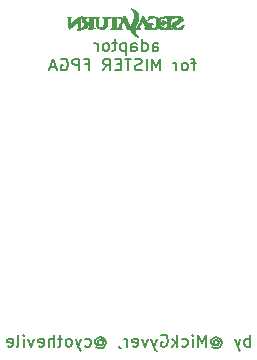
<source format=gbr>
%TF.GenerationSoftware,KiCad,Pcbnew,(5.1.9)-1*%
%TF.CreationDate,2021-12-26T22:52:53-06:00*%
%TF.ProjectId,Saturn for MISTER,53617475-726e-4206-966f-72204d495354,rev?*%
%TF.SameCoordinates,Original*%
%TF.FileFunction,Legend,Bot*%
%TF.FilePolarity,Positive*%
%FSLAX46Y46*%
G04 Gerber Fmt 4.6, Leading zero omitted, Abs format (unit mm)*
G04 Created by KiCad (PCBNEW (5.1.9)-1) date 2021-12-26 22:52:53*
%MOMM*%
%LPD*%
G01*
G04 APERTURE LIST*
%ADD10C,0.150000*%
%ADD11C,0.010000*%
G04 APERTURE END LIST*
D10*
X154834268Y-84051900D02*
X154834268Y-83528091D01*
X154881887Y-83432853D01*
X154977125Y-83385234D01*
X155167601Y-83385234D01*
X155262840Y-83432853D01*
X154834268Y-84004281D02*
X154929506Y-84051900D01*
X155167601Y-84051900D01*
X155262840Y-84004281D01*
X155310459Y-83909043D01*
X155310459Y-83813805D01*
X155262840Y-83718567D01*
X155167601Y-83670948D01*
X154929506Y-83670948D01*
X154834268Y-83623329D01*
X153929506Y-84051900D02*
X153929506Y-83051900D01*
X153929506Y-84004281D02*
X154024744Y-84051900D01*
X154215220Y-84051900D01*
X154310459Y-84004281D01*
X154358078Y-83956662D01*
X154405697Y-83861424D01*
X154405697Y-83575710D01*
X154358078Y-83480472D01*
X154310459Y-83432853D01*
X154215220Y-83385234D01*
X154024744Y-83385234D01*
X153929506Y-83432853D01*
X153024744Y-84051900D02*
X153024744Y-83528091D01*
X153072363Y-83432853D01*
X153167601Y-83385234D01*
X153358078Y-83385234D01*
X153453316Y-83432853D01*
X153024744Y-84004281D02*
X153119982Y-84051900D01*
X153358078Y-84051900D01*
X153453316Y-84004281D01*
X153500935Y-83909043D01*
X153500935Y-83813805D01*
X153453316Y-83718567D01*
X153358078Y-83670948D01*
X153119982Y-83670948D01*
X153024744Y-83623329D01*
X152548554Y-83385234D02*
X152548554Y-84385234D01*
X152548554Y-83432853D02*
X152453316Y-83385234D01*
X152262840Y-83385234D01*
X152167601Y-83432853D01*
X152119982Y-83480472D01*
X152072363Y-83575710D01*
X152072363Y-83861424D01*
X152119982Y-83956662D01*
X152167601Y-84004281D01*
X152262840Y-84051900D01*
X152453316Y-84051900D01*
X152548554Y-84004281D01*
X151786649Y-83385234D02*
X151405697Y-83385234D01*
X151643792Y-83051900D02*
X151643792Y-83909043D01*
X151596173Y-84004281D01*
X151500935Y-84051900D01*
X151405697Y-84051900D01*
X150929506Y-84051900D02*
X151024744Y-84004281D01*
X151072363Y-83956662D01*
X151119982Y-83861424D01*
X151119982Y-83575710D01*
X151072363Y-83480472D01*
X151024744Y-83432853D01*
X150929506Y-83385234D01*
X150786649Y-83385234D01*
X150691411Y-83432853D01*
X150643792Y-83480472D01*
X150596173Y-83575710D01*
X150596173Y-83861424D01*
X150643792Y-83956662D01*
X150691411Y-84004281D01*
X150786649Y-84051900D01*
X150929506Y-84051900D01*
X150167601Y-84051900D02*
X150167601Y-83385234D01*
X150167601Y-83575710D02*
X150119982Y-83480472D01*
X150072363Y-83432853D01*
X149977125Y-83385234D01*
X149881887Y-83385234D01*
X158453316Y-85035234D02*
X158072363Y-85035234D01*
X158310459Y-85701900D02*
X158310459Y-84844758D01*
X158262840Y-84749520D01*
X158167601Y-84701900D01*
X158072363Y-84701900D01*
X157596173Y-85701900D02*
X157691411Y-85654281D01*
X157739030Y-85606662D01*
X157786649Y-85511424D01*
X157786649Y-85225710D01*
X157739030Y-85130472D01*
X157691411Y-85082853D01*
X157596173Y-85035234D01*
X157453316Y-85035234D01*
X157358078Y-85082853D01*
X157310459Y-85130472D01*
X157262840Y-85225710D01*
X157262840Y-85511424D01*
X157310459Y-85606662D01*
X157358078Y-85654281D01*
X157453316Y-85701900D01*
X157596173Y-85701900D01*
X156834268Y-85701900D02*
X156834268Y-85035234D01*
X156834268Y-85225710D02*
X156786649Y-85130472D01*
X156739030Y-85082853D01*
X156643792Y-85035234D01*
X156548554Y-85035234D01*
X155453316Y-85701900D02*
X155453316Y-84701900D01*
X155119982Y-85416186D01*
X154786649Y-84701900D01*
X154786649Y-85701900D01*
X154310459Y-85701900D02*
X154310459Y-84701900D01*
X153881887Y-85654281D02*
X153739030Y-85701900D01*
X153500935Y-85701900D01*
X153405697Y-85654281D01*
X153358078Y-85606662D01*
X153310459Y-85511424D01*
X153310459Y-85416186D01*
X153358078Y-85320948D01*
X153405697Y-85273329D01*
X153500935Y-85225710D01*
X153691411Y-85178091D01*
X153786649Y-85130472D01*
X153834268Y-85082853D01*
X153881887Y-84987615D01*
X153881887Y-84892377D01*
X153834268Y-84797139D01*
X153786649Y-84749520D01*
X153691411Y-84701900D01*
X153453316Y-84701900D01*
X153310459Y-84749520D01*
X153024744Y-84701900D02*
X152453316Y-84701900D01*
X152739030Y-85701900D02*
X152739030Y-84701900D01*
X152119982Y-85178091D02*
X151786649Y-85178091D01*
X151643792Y-85701900D02*
X152119982Y-85701900D01*
X152119982Y-84701900D01*
X151643792Y-84701900D01*
X150643792Y-85701900D02*
X150977125Y-85225710D01*
X151215220Y-85701900D02*
X151215220Y-84701900D01*
X150834268Y-84701900D01*
X150739030Y-84749520D01*
X150691411Y-84797139D01*
X150643792Y-84892377D01*
X150643792Y-85035234D01*
X150691411Y-85130472D01*
X150739030Y-85178091D01*
X150834268Y-85225710D01*
X151215220Y-85225710D01*
X149119982Y-85178091D02*
X149453316Y-85178091D01*
X149453316Y-85701900D02*
X149453316Y-84701900D01*
X148977125Y-84701900D01*
X148596173Y-85701900D02*
X148596173Y-84701900D01*
X148215220Y-84701900D01*
X148119982Y-84749520D01*
X148072363Y-84797139D01*
X148024744Y-84892377D01*
X148024744Y-85035234D01*
X148072363Y-85130472D01*
X148119982Y-85178091D01*
X148215220Y-85225710D01*
X148596173Y-85225710D01*
X147072363Y-84749520D02*
X147167601Y-84701900D01*
X147310459Y-84701900D01*
X147453316Y-84749520D01*
X147548554Y-84844758D01*
X147596173Y-84939996D01*
X147643792Y-85130472D01*
X147643792Y-85273329D01*
X147596173Y-85463805D01*
X147548554Y-85559043D01*
X147453316Y-85654281D01*
X147310459Y-85701900D01*
X147215220Y-85701900D01*
X147072363Y-85654281D01*
X147024744Y-85606662D01*
X147024744Y-85273329D01*
X147215220Y-85273329D01*
X146643792Y-85416186D02*
X146167601Y-85416186D01*
X146739030Y-85701900D02*
X146405697Y-84701900D01*
X146072363Y-85701900D01*
X163058144Y-109078020D02*
X163058144Y-108078020D01*
X163058144Y-108458973D02*
X162962906Y-108411354D01*
X162772430Y-108411354D01*
X162677192Y-108458973D01*
X162629573Y-108506592D01*
X162581954Y-108601830D01*
X162581954Y-108887544D01*
X162629573Y-108982782D01*
X162677192Y-109030401D01*
X162772430Y-109078020D01*
X162962906Y-109078020D01*
X163058144Y-109030401D01*
X162248620Y-108411354D02*
X162010525Y-109078020D01*
X161772430Y-108411354D02*
X162010525Y-109078020D01*
X162105763Y-109316116D01*
X162153382Y-109363735D01*
X162248620Y-109411354D01*
X160010525Y-108601830D02*
X160058144Y-108554211D01*
X160153382Y-108506592D01*
X160248620Y-108506592D01*
X160343859Y-108554211D01*
X160391478Y-108601830D01*
X160439097Y-108697068D01*
X160439097Y-108792306D01*
X160391478Y-108887544D01*
X160343859Y-108935163D01*
X160248620Y-108982782D01*
X160153382Y-108982782D01*
X160058144Y-108935163D01*
X160010525Y-108887544D01*
X160010525Y-108506592D02*
X160010525Y-108887544D01*
X159962906Y-108935163D01*
X159915287Y-108935163D01*
X159820049Y-108887544D01*
X159772430Y-108792306D01*
X159772430Y-108554211D01*
X159867668Y-108411354D01*
X160010525Y-108316116D01*
X160201001Y-108268497D01*
X160391478Y-108316116D01*
X160534335Y-108411354D01*
X160629573Y-108554211D01*
X160677192Y-108744687D01*
X160629573Y-108935163D01*
X160534335Y-109078020D01*
X160391478Y-109173259D01*
X160201001Y-109220878D01*
X160010525Y-109173259D01*
X159867668Y-109078020D01*
X159343859Y-109078020D02*
X159343859Y-108078020D01*
X159010525Y-108792306D01*
X158677192Y-108078020D01*
X158677192Y-109078020D01*
X158201001Y-109078020D02*
X158201001Y-108411354D01*
X158201001Y-108078020D02*
X158248620Y-108125640D01*
X158201001Y-108173259D01*
X158153382Y-108125640D01*
X158201001Y-108078020D01*
X158201001Y-108173259D01*
X157296240Y-109030401D02*
X157391478Y-109078020D01*
X157581954Y-109078020D01*
X157677192Y-109030401D01*
X157724811Y-108982782D01*
X157772430Y-108887544D01*
X157772430Y-108601830D01*
X157724811Y-108506592D01*
X157677192Y-108458973D01*
X157581954Y-108411354D01*
X157391478Y-108411354D01*
X157296240Y-108458973D01*
X156867668Y-109078020D02*
X156867668Y-108078020D01*
X156772430Y-108697068D02*
X156486716Y-109078020D01*
X156486716Y-108411354D02*
X156867668Y-108792306D01*
X155534335Y-108125640D02*
X155629573Y-108078020D01*
X155772430Y-108078020D01*
X155915287Y-108125640D01*
X156010525Y-108220878D01*
X156058144Y-108316116D01*
X156105763Y-108506592D01*
X156105763Y-108649449D01*
X156058144Y-108839925D01*
X156010525Y-108935163D01*
X155915287Y-109030401D01*
X155772430Y-109078020D01*
X155677192Y-109078020D01*
X155534335Y-109030401D01*
X155486716Y-108982782D01*
X155486716Y-108649449D01*
X155677192Y-108649449D01*
X155153382Y-108411354D02*
X154915287Y-109078020D01*
X154677192Y-108411354D02*
X154915287Y-109078020D01*
X155010525Y-109316116D01*
X155058144Y-109363735D01*
X155153382Y-109411354D01*
X154391478Y-108411354D02*
X154153382Y-109078020D01*
X153915287Y-108411354D01*
X153153382Y-109030401D02*
X153248620Y-109078020D01*
X153439097Y-109078020D01*
X153534335Y-109030401D01*
X153581954Y-108935163D01*
X153581954Y-108554211D01*
X153534335Y-108458973D01*
X153439097Y-108411354D01*
X153248620Y-108411354D01*
X153153382Y-108458973D01*
X153105763Y-108554211D01*
X153105763Y-108649449D01*
X153581954Y-108744687D01*
X152677192Y-109078020D02*
X152677192Y-108411354D01*
X152677192Y-108601830D02*
X152629573Y-108506592D01*
X152581954Y-108458973D01*
X152486716Y-108411354D01*
X152391478Y-108411354D01*
X152010525Y-109030401D02*
X152010525Y-109078020D01*
X152058144Y-109173259D01*
X152105763Y-109220878D01*
X150201001Y-108601830D02*
X150248620Y-108554211D01*
X150343859Y-108506592D01*
X150439097Y-108506592D01*
X150534335Y-108554211D01*
X150581954Y-108601830D01*
X150629573Y-108697068D01*
X150629573Y-108792306D01*
X150581954Y-108887544D01*
X150534335Y-108935163D01*
X150439097Y-108982782D01*
X150343859Y-108982782D01*
X150248620Y-108935163D01*
X150201001Y-108887544D01*
X150201001Y-108506592D02*
X150201001Y-108887544D01*
X150153382Y-108935163D01*
X150105763Y-108935163D01*
X150010525Y-108887544D01*
X149962906Y-108792306D01*
X149962906Y-108554211D01*
X150058144Y-108411354D01*
X150201001Y-108316116D01*
X150391478Y-108268497D01*
X150581954Y-108316116D01*
X150724811Y-108411354D01*
X150820049Y-108554211D01*
X150867668Y-108744687D01*
X150820049Y-108935163D01*
X150724811Y-109078020D01*
X150581954Y-109173259D01*
X150391478Y-109220878D01*
X150201001Y-109173259D01*
X150058144Y-109078020D01*
X149105763Y-109030401D02*
X149201001Y-109078020D01*
X149391478Y-109078020D01*
X149486716Y-109030401D01*
X149534335Y-108982782D01*
X149581954Y-108887544D01*
X149581954Y-108601830D01*
X149534335Y-108506592D01*
X149486716Y-108458973D01*
X149391478Y-108411354D01*
X149201001Y-108411354D01*
X149105763Y-108458973D01*
X148772430Y-108411354D02*
X148534335Y-109078020D01*
X148296240Y-108411354D02*
X148534335Y-109078020D01*
X148629573Y-109316116D01*
X148677192Y-109363735D01*
X148772430Y-109411354D01*
X147772430Y-109078020D02*
X147867668Y-109030401D01*
X147915287Y-108982782D01*
X147962906Y-108887544D01*
X147962906Y-108601830D01*
X147915287Y-108506592D01*
X147867668Y-108458973D01*
X147772430Y-108411354D01*
X147629573Y-108411354D01*
X147534335Y-108458973D01*
X147486716Y-108506592D01*
X147439097Y-108601830D01*
X147439097Y-108887544D01*
X147486716Y-108982782D01*
X147534335Y-109030401D01*
X147629573Y-109078020D01*
X147772430Y-109078020D01*
X147153382Y-108411354D02*
X146772430Y-108411354D01*
X147010525Y-108078020D02*
X147010525Y-108935163D01*
X146962906Y-109030401D01*
X146867668Y-109078020D01*
X146772430Y-109078020D01*
X146439097Y-109078020D02*
X146439097Y-108078020D01*
X146010525Y-109078020D02*
X146010525Y-108554211D01*
X146058144Y-108458973D01*
X146153382Y-108411354D01*
X146296240Y-108411354D01*
X146391478Y-108458973D01*
X146439097Y-108506592D01*
X145153382Y-109030401D02*
X145248620Y-109078020D01*
X145439097Y-109078020D01*
X145534335Y-109030401D01*
X145581954Y-108935163D01*
X145581954Y-108554211D01*
X145534335Y-108458973D01*
X145439097Y-108411354D01*
X145248620Y-108411354D01*
X145153382Y-108458973D01*
X145105763Y-108554211D01*
X145105763Y-108649449D01*
X145581954Y-108744687D01*
X144772430Y-108411354D02*
X144534335Y-109078020D01*
X144296240Y-108411354D01*
X143915287Y-109078020D02*
X143915287Y-108411354D01*
X143915287Y-108078020D02*
X143962906Y-108125640D01*
X143915287Y-108173259D01*
X143867668Y-108125640D01*
X143915287Y-108078020D01*
X143915287Y-108173259D01*
X143296240Y-109078020D02*
X143391478Y-109030401D01*
X143439097Y-108935163D01*
X143439097Y-108078020D01*
X142534335Y-109030401D02*
X142629573Y-109078020D01*
X142820049Y-109078020D01*
X142915287Y-109030401D01*
X142962906Y-108935163D01*
X142962906Y-108554211D01*
X142915287Y-108458973D01*
X142820049Y-108411354D01*
X142629573Y-108411354D01*
X142534335Y-108458973D01*
X142486716Y-108554211D01*
X142486716Y-108649449D01*
X142962906Y-108744687D01*
D11*
%TO.C,G\u002A\u002A\u002A*%
G36*
X152986456Y-80446965D02*
G01*
X152982081Y-80470500D01*
X153006850Y-80511416D01*
X153058463Y-80564189D01*
X153132869Y-80639134D01*
X153183429Y-80712907D01*
X153214836Y-80795985D01*
X153231785Y-80898848D01*
X153236317Y-80961227D01*
X153238971Y-81048232D01*
X153235886Y-81125697D01*
X153225320Y-81200685D01*
X153205535Y-81280256D01*
X153174790Y-81371471D01*
X153131345Y-81481392D01*
X153076341Y-81610457D01*
X153033902Y-81708219D01*
X152995764Y-81796300D01*
X152964598Y-81868514D01*
X152943075Y-81918675D01*
X152934527Y-81938933D01*
X152926152Y-81946134D01*
X152911680Y-81935932D01*
X152888952Y-81905124D01*
X152855812Y-81850511D01*
X152810102Y-81768889D01*
X152769489Y-81694005D01*
X152682968Y-81533526D01*
X152611678Y-81402265D01*
X152553892Y-81297357D01*
X152507882Y-81215941D01*
X152471921Y-81155153D01*
X152444281Y-81112131D01*
X152423237Y-81084012D01*
X152407060Y-81067934D01*
X152394022Y-81061034D01*
X152387011Y-81060109D01*
X152374860Y-81061068D01*
X152363193Y-81066166D01*
X152350245Y-81078732D01*
X152334252Y-81102095D01*
X152313450Y-81139583D01*
X152286075Y-81194526D01*
X152250362Y-81270252D01*
X152204548Y-81370092D01*
X152146868Y-81497373D01*
X152098483Y-81604591D01*
X152045840Y-81719280D01*
X151995976Y-81824118D01*
X151951394Y-81914137D01*
X151914597Y-81984369D01*
X151888088Y-82029846D01*
X151876914Y-82044359D01*
X151822597Y-82071857D01*
X151765359Y-82072589D01*
X151717926Y-82047201D01*
X151708335Y-82035786D01*
X151698615Y-82016308D01*
X151691330Y-81986215D01*
X151686161Y-81940714D01*
X151682786Y-81875011D01*
X151680886Y-81784315D01*
X151680139Y-81663832D01*
X151680092Y-81613057D01*
X151681018Y-81471107D01*
X151683730Y-81357871D01*
X151688133Y-81275389D01*
X151694128Y-81225701D01*
X151699209Y-81211534D01*
X151731092Y-81202098D01*
X151788993Y-81205799D01*
X151865669Y-81221281D01*
X151953872Y-81247184D01*
X152021541Y-81271959D01*
X152080588Y-81293339D01*
X152125740Y-81305725D01*
X152147339Y-81306476D01*
X152147427Y-81306393D01*
X152146659Y-81285086D01*
X152132293Y-81243107D01*
X152119178Y-81213925D01*
X152079706Y-81132680D01*
X151317470Y-81132680D01*
X151108965Y-81133109D01*
X150932538Y-81134383D01*
X150788934Y-81136486D01*
X150678899Y-81139399D01*
X150603177Y-81143104D01*
X150562515Y-81147584D01*
X150555235Y-81150823D01*
X150569077Y-81168397D01*
X150573644Y-81168966D01*
X150594163Y-81183074D01*
X150621680Y-81217988D01*
X150628005Y-81227930D01*
X150642159Y-81255038D01*
X150652075Y-81286652D01*
X150658481Y-81329470D01*
X150662102Y-81390184D01*
X150663665Y-81475492D01*
X150663923Y-81559037D01*
X150662546Y-81691338D01*
X150657699Y-81792952D01*
X150648253Y-81869405D01*
X150633079Y-81926218D01*
X150611048Y-81968918D01*
X150581030Y-82003027D01*
X150571455Y-82011442D01*
X150506074Y-82045976D01*
X150424799Y-82060554D01*
X150341616Y-82054858D01*
X150270512Y-82028569D01*
X150256126Y-82018634D01*
X150221892Y-81987451D01*
X150196324Y-81951503D01*
X150178214Y-81905228D01*
X150166354Y-81843068D01*
X150159534Y-81759463D01*
X150156549Y-81648852D01*
X150156092Y-81558224D01*
X150156092Y-81256889D01*
X150210520Y-81202460D01*
X150244022Y-81167321D01*
X150263195Y-81144039D01*
X150264949Y-81140356D01*
X150247500Y-81138546D01*
X150197929Y-81136888D01*
X150120400Y-81135434D01*
X150019077Y-81134236D01*
X149898123Y-81133345D01*
X149761701Y-81132813D01*
X149647509Y-81132680D01*
X149470300Y-81132832D01*
X149325524Y-81133646D01*
X149209329Y-81135661D01*
X149117863Y-81139416D01*
X149047275Y-81145449D01*
X148993711Y-81154299D01*
X148953320Y-81166504D01*
X148922250Y-81182604D01*
X148896649Y-81203136D01*
X148872664Y-81228640D01*
X148860684Y-81242699D01*
X148832489Y-81280036D01*
X148818237Y-81314838D01*
X148814521Y-81360718D01*
X148817013Y-81417209D01*
X148824134Y-81486389D01*
X148837975Y-81533176D01*
X148863496Y-81571417D01*
X148877860Y-81587189D01*
X148932093Y-81629090D01*
X148996893Y-81660284D01*
X149008556Y-81663838D01*
X149063663Y-81682416D01*
X149084320Y-81700263D01*
X149072277Y-81719142D01*
X149066981Y-81722656D01*
X149048928Y-81742341D01*
X149017198Y-81784654D01*
X148977655Y-81841649D01*
X148963927Y-81862271D01*
X148895645Y-81951546D01*
X148822028Y-82023149D01*
X148749251Y-82072165D01*
X148683488Y-82093678D01*
X148672510Y-82094251D01*
X148629317Y-82094251D01*
X148635240Y-81745001D01*
X148638042Y-81611831D01*
X148642375Y-81508896D01*
X148649777Y-81430145D01*
X148661786Y-81369527D01*
X148679941Y-81320993D01*
X148705780Y-81278492D01*
X148740840Y-81235972D01*
X148773519Y-81201049D01*
X148807994Y-81160930D01*
X148826336Y-81131188D01*
X148826795Y-81121764D01*
X148796172Y-81115163D01*
X148739249Y-81126396D01*
X148660499Y-81154070D01*
X148564395Y-81196791D01*
X148528093Y-81214734D01*
X148422894Y-81275479D01*
X148297571Y-81360914D01*
X148155891Y-81468422D01*
X148111167Y-81504258D01*
X148028199Y-81570788D01*
X147954450Y-81628573D01*
X147894683Y-81673989D01*
X147853661Y-81703412D01*
X147836405Y-81713251D01*
X147830014Y-81696060D01*
X147825415Y-81648228D01*
X147822925Y-81575371D01*
X147822861Y-81483106D01*
X147822971Y-81474992D01*
X147824629Y-81378010D01*
X147827127Y-81310562D01*
X147831744Y-81265902D01*
X147839756Y-81237280D01*
X147852442Y-81217948D01*
X147871079Y-81201159D01*
X147875484Y-81197632D01*
X147908452Y-81167965D01*
X147924278Y-81147084D01*
X147924520Y-81145606D01*
X147908037Y-81139213D01*
X147865074Y-81135069D01*
X147805366Y-81133104D01*
X147738645Y-81133251D01*
X147674644Y-81135441D01*
X147623096Y-81139608D01*
X147593734Y-81145682D01*
X147590661Y-81147938D01*
X147597472Y-81167399D01*
X147626263Y-81196188D01*
X147634947Y-81202909D01*
X147688663Y-81242624D01*
X147688663Y-81713795D01*
X147688973Y-81860701D01*
X147690029Y-81974982D01*
X147692022Y-82060293D01*
X147695142Y-82120291D01*
X147699580Y-82158632D01*
X147705526Y-82178971D01*
X147713170Y-82184966D01*
X147713202Y-82184966D01*
X147735621Y-82173528D01*
X147783466Y-82140383D01*
X147854479Y-82087288D01*
X147946406Y-82015995D01*
X148056991Y-81928261D01*
X148183979Y-81825839D01*
X148325112Y-81710486D01*
X148358943Y-81682634D01*
X148414245Y-81638399D01*
X148459299Y-81604860D01*
X148486626Y-81587497D01*
X148490479Y-81586252D01*
X148495652Y-81603329D01*
X148500020Y-81650302D01*
X148503228Y-81720784D01*
X148504919Y-81808389D01*
X148505092Y-81848608D01*
X148504860Y-81952356D01*
X148503064Y-82026444D01*
X148498051Y-82077499D01*
X148488171Y-82112145D01*
X148471773Y-82137009D01*
X148447203Y-82158717D01*
X148423449Y-82176168D01*
X148399899Y-82202381D01*
X148410189Y-82221164D01*
X148452516Y-82231876D01*
X148525074Y-82233875D01*
X148577663Y-82230994D01*
X148758710Y-82210440D01*
X148909202Y-82177445D01*
X149033462Y-82129575D01*
X149135816Y-82064389D01*
X149220589Y-81979452D01*
X149292104Y-81872326D01*
X149323917Y-81810364D01*
X149363027Y-81725432D01*
X149385374Y-81667528D01*
X149391098Y-81631576D01*
X149380342Y-81612497D01*
X149353249Y-81605214D01*
X149329691Y-81604394D01*
X149256661Y-81593225D01*
X149190856Y-81563899D01*
X149145502Y-81522695D01*
X149140630Y-81514685D01*
X149129706Y-81476538D01*
X149122979Y-81418884D01*
X149121949Y-81386477D01*
X149125498Y-81324724D01*
X149140162Y-81282446D01*
X149171971Y-81243190D01*
X149175901Y-81239222D01*
X149210513Y-81208378D01*
X149243568Y-81193110D01*
X149289078Y-81189138D01*
X149334651Y-81190725D01*
X149439449Y-81196180D01*
X149449223Y-82030166D01*
X149312449Y-82147318D01*
X149607270Y-82147999D01*
X149706092Y-82147513D01*
X149790825Y-82145734D01*
X149855445Y-82142898D01*
X149893928Y-82139243D01*
X149902092Y-82136394D01*
X149889405Y-82118218D01*
X149857596Y-82087363D01*
X149843128Y-82074916D01*
X149784163Y-82025724D01*
X149778627Y-81644806D01*
X149773090Y-81263888D01*
X149821895Y-81225498D01*
X149877097Y-81193115D01*
X149926503Y-81192413D01*
X149970626Y-81215352D01*
X149985452Y-81227272D01*
X149996116Y-81242779D01*
X150003306Y-81267496D01*
X150007709Y-81307047D01*
X150010010Y-81367054D01*
X150010897Y-81453142D01*
X150011050Y-81546459D01*
X150012280Y-81653599D01*
X150015613Y-81753368D01*
X150020620Y-81837779D01*
X150026871Y-81898847D01*
X150031185Y-81921485D01*
X150073684Y-82010079D01*
X150144474Y-82082557D01*
X150238477Y-82137059D01*
X150350617Y-82171721D01*
X150475816Y-82184684D01*
X150608995Y-82174084D01*
X150678723Y-82158908D01*
X150792787Y-82113269D01*
X150879484Y-82044112D01*
X150934377Y-81962017D01*
X150949173Y-81927726D01*
X150959609Y-81891331D01*
X150966424Y-81845835D01*
X150970356Y-81784238D01*
X150972140Y-81699542D01*
X150972520Y-81599962D01*
X150973136Y-81487945D01*
X150975311Y-81406765D01*
X150979534Y-81350989D01*
X150986294Y-81315186D01*
X150996082Y-81293922D01*
X151000578Y-81288643D01*
X151040921Y-81263391D01*
X151104743Y-81238873D01*
X151179363Y-81218816D01*
X151252099Y-81206949D01*
X151284242Y-81205252D01*
X151353520Y-81205252D01*
X151353520Y-82020417D01*
X151297212Y-82084549D01*
X151240904Y-82148680D01*
X152196178Y-82148680D01*
X152137707Y-82095274D01*
X152101589Y-82056265D01*
X152081035Y-82022395D01*
X152079235Y-82013864D01*
X152086104Y-81989170D01*
X152104710Y-81939901D01*
X152132045Y-81872897D01*
X152165104Y-81794997D01*
X152200882Y-81713043D01*
X152236373Y-81633874D01*
X152268572Y-81564330D01*
X152294471Y-81511253D01*
X152311067Y-81481481D01*
X152314930Y-81477472D01*
X152325511Y-81492624D01*
X152348982Y-81533692D01*
X152381936Y-81594176D01*
X152420963Y-81667572D01*
X152462656Y-81747378D01*
X152503605Y-81827094D01*
X152540404Y-81900215D01*
X152569643Y-81960240D01*
X152582076Y-81987121D01*
X152594279Y-82027298D01*
X152583849Y-82060503D01*
X152568469Y-82081851D01*
X152543647Y-82116455D01*
X152532823Y-82137583D01*
X152532806Y-82137935D01*
X152549658Y-82142474D01*
X152595060Y-82146064D01*
X152661278Y-82148242D01*
X152711756Y-82148680D01*
X152890705Y-82148680D01*
X152914091Y-82262073D01*
X152947246Y-82376401D01*
X152998718Y-82476461D01*
X153072692Y-82567233D01*
X153173357Y-82653695D01*
X153304898Y-82740828D01*
X153328339Y-82754724D01*
X153408590Y-82801134D01*
X153463802Y-82830777D01*
X153499969Y-82845689D01*
X153523086Y-82847907D01*
X153539148Y-82839468D01*
X153548424Y-82829498D01*
X153556684Y-82812152D01*
X153550137Y-82790673D01*
X153524847Y-82759024D01*
X153476878Y-82711169D01*
X153462119Y-82697136D01*
X153388984Y-82617772D01*
X153339368Y-82536389D01*
X153309768Y-82443790D01*
X153296684Y-82330776D01*
X153295250Y-82258780D01*
X153297609Y-82171739D01*
X153305653Y-82095738D01*
X153321753Y-82021843D01*
X153348281Y-81941122D01*
X153387609Y-81844642D01*
X153430940Y-81747795D01*
X153495204Y-81603090D01*
X153543513Y-81483563D01*
X153577951Y-81382908D01*
X153600597Y-81294814D01*
X153613535Y-81212976D01*
X153615961Y-81187109D01*
X153610586Y-81040299D01*
X153570344Y-80903049D01*
X153495185Y-80775284D01*
X153385059Y-80656928D01*
X153239913Y-80547905D01*
X153152910Y-80496160D01*
X153074024Y-80458244D01*
X153017821Y-80442363D01*
X152986456Y-80446965D01*
G37*
X152986456Y-80446965D02*
X152982081Y-80470500D01*
X153006850Y-80511416D01*
X153058463Y-80564189D01*
X153132869Y-80639134D01*
X153183429Y-80712907D01*
X153214836Y-80795985D01*
X153231785Y-80898848D01*
X153236317Y-80961227D01*
X153238971Y-81048232D01*
X153235886Y-81125697D01*
X153225320Y-81200685D01*
X153205535Y-81280256D01*
X153174790Y-81371471D01*
X153131345Y-81481392D01*
X153076341Y-81610457D01*
X153033902Y-81708219D01*
X152995764Y-81796300D01*
X152964598Y-81868514D01*
X152943075Y-81918675D01*
X152934527Y-81938933D01*
X152926152Y-81946134D01*
X152911680Y-81935932D01*
X152888952Y-81905124D01*
X152855812Y-81850511D01*
X152810102Y-81768889D01*
X152769489Y-81694005D01*
X152682968Y-81533526D01*
X152611678Y-81402265D01*
X152553892Y-81297357D01*
X152507882Y-81215941D01*
X152471921Y-81155153D01*
X152444281Y-81112131D01*
X152423237Y-81084012D01*
X152407060Y-81067934D01*
X152394022Y-81061034D01*
X152387011Y-81060109D01*
X152374860Y-81061068D01*
X152363193Y-81066166D01*
X152350245Y-81078732D01*
X152334252Y-81102095D01*
X152313450Y-81139583D01*
X152286075Y-81194526D01*
X152250362Y-81270252D01*
X152204548Y-81370092D01*
X152146868Y-81497373D01*
X152098483Y-81604591D01*
X152045840Y-81719280D01*
X151995976Y-81824118D01*
X151951394Y-81914137D01*
X151914597Y-81984369D01*
X151888088Y-82029846D01*
X151876914Y-82044359D01*
X151822597Y-82071857D01*
X151765359Y-82072589D01*
X151717926Y-82047201D01*
X151708335Y-82035786D01*
X151698615Y-82016308D01*
X151691330Y-81986215D01*
X151686161Y-81940714D01*
X151682786Y-81875011D01*
X151680886Y-81784315D01*
X151680139Y-81663832D01*
X151680092Y-81613057D01*
X151681018Y-81471107D01*
X151683730Y-81357871D01*
X151688133Y-81275389D01*
X151694128Y-81225701D01*
X151699209Y-81211534D01*
X151731092Y-81202098D01*
X151788993Y-81205799D01*
X151865669Y-81221281D01*
X151953872Y-81247184D01*
X152021541Y-81271959D01*
X152080588Y-81293339D01*
X152125740Y-81305725D01*
X152147339Y-81306476D01*
X152147427Y-81306393D01*
X152146659Y-81285086D01*
X152132293Y-81243107D01*
X152119178Y-81213925D01*
X152079706Y-81132680D01*
X151317470Y-81132680D01*
X151108965Y-81133109D01*
X150932538Y-81134383D01*
X150788934Y-81136486D01*
X150678899Y-81139399D01*
X150603177Y-81143104D01*
X150562515Y-81147584D01*
X150555235Y-81150823D01*
X150569077Y-81168397D01*
X150573644Y-81168966D01*
X150594163Y-81183074D01*
X150621680Y-81217988D01*
X150628005Y-81227930D01*
X150642159Y-81255038D01*
X150652075Y-81286652D01*
X150658481Y-81329470D01*
X150662102Y-81390184D01*
X150663665Y-81475492D01*
X150663923Y-81559037D01*
X150662546Y-81691338D01*
X150657699Y-81792952D01*
X150648253Y-81869405D01*
X150633079Y-81926218D01*
X150611048Y-81968918D01*
X150581030Y-82003027D01*
X150571455Y-82011442D01*
X150506074Y-82045976D01*
X150424799Y-82060554D01*
X150341616Y-82054858D01*
X150270512Y-82028569D01*
X150256126Y-82018634D01*
X150221892Y-81987451D01*
X150196324Y-81951503D01*
X150178214Y-81905228D01*
X150166354Y-81843068D01*
X150159534Y-81759463D01*
X150156549Y-81648852D01*
X150156092Y-81558224D01*
X150156092Y-81256889D01*
X150210520Y-81202460D01*
X150244022Y-81167321D01*
X150263195Y-81144039D01*
X150264949Y-81140356D01*
X150247500Y-81138546D01*
X150197929Y-81136888D01*
X150120400Y-81135434D01*
X150019077Y-81134236D01*
X149898123Y-81133345D01*
X149761701Y-81132813D01*
X149647509Y-81132680D01*
X149470300Y-81132832D01*
X149325524Y-81133646D01*
X149209329Y-81135661D01*
X149117863Y-81139416D01*
X149047275Y-81145449D01*
X148993711Y-81154299D01*
X148953320Y-81166504D01*
X148922250Y-81182604D01*
X148896649Y-81203136D01*
X148872664Y-81228640D01*
X148860684Y-81242699D01*
X148832489Y-81280036D01*
X148818237Y-81314838D01*
X148814521Y-81360718D01*
X148817013Y-81417209D01*
X148824134Y-81486389D01*
X148837975Y-81533176D01*
X148863496Y-81571417D01*
X148877860Y-81587189D01*
X148932093Y-81629090D01*
X148996893Y-81660284D01*
X149008556Y-81663838D01*
X149063663Y-81682416D01*
X149084320Y-81700263D01*
X149072277Y-81719142D01*
X149066981Y-81722656D01*
X149048928Y-81742341D01*
X149017198Y-81784654D01*
X148977655Y-81841649D01*
X148963927Y-81862271D01*
X148895645Y-81951546D01*
X148822028Y-82023149D01*
X148749251Y-82072165D01*
X148683488Y-82093678D01*
X148672510Y-82094251D01*
X148629317Y-82094251D01*
X148635240Y-81745001D01*
X148638042Y-81611831D01*
X148642375Y-81508896D01*
X148649777Y-81430145D01*
X148661786Y-81369527D01*
X148679941Y-81320993D01*
X148705780Y-81278492D01*
X148740840Y-81235972D01*
X148773519Y-81201049D01*
X148807994Y-81160930D01*
X148826336Y-81131188D01*
X148826795Y-81121764D01*
X148796172Y-81115163D01*
X148739249Y-81126396D01*
X148660499Y-81154070D01*
X148564395Y-81196791D01*
X148528093Y-81214734D01*
X148422894Y-81275479D01*
X148297571Y-81360914D01*
X148155891Y-81468422D01*
X148111167Y-81504258D01*
X148028199Y-81570788D01*
X147954450Y-81628573D01*
X147894683Y-81673989D01*
X147853661Y-81703412D01*
X147836405Y-81713251D01*
X147830014Y-81696060D01*
X147825415Y-81648228D01*
X147822925Y-81575371D01*
X147822861Y-81483106D01*
X147822971Y-81474992D01*
X147824629Y-81378010D01*
X147827127Y-81310562D01*
X147831744Y-81265902D01*
X147839756Y-81237280D01*
X147852442Y-81217948D01*
X147871079Y-81201159D01*
X147875484Y-81197632D01*
X147908452Y-81167965D01*
X147924278Y-81147084D01*
X147924520Y-81145606D01*
X147908037Y-81139213D01*
X147865074Y-81135069D01*
X147805366Y-81133104D01*
X147738645Y-81133251D01*
X147674644Y-81135441D01*
X147623096Y-81139608D01*
X147593734Y-81145682D01*
X147590661Y-81147938D01*
X147597472Y-81167399D01*
X147626263Y-81196188D01*
X147634947Y-81202909D01*
X147688663Y-81242624D01*
X147688663Y-81713795D01*
X147688973Y-81860701D01*
X147690029Y-81974982D01*
X147692022Y-82060293D01*
X147695142Y-82120291D01*
X147699580Y-82158632D01*
X147705526Y-82178971D01*
X147713170Y-82184966D01*
X147713202Y-82184966D01*
X147735621Y-82173528D01*
X147783466Y-82140383D01*
X147854479Y-82087288D01*
X147946406Y-82015995D01*
X148056991Y-81928261D01*
X148183979Y-81825839D01*
X148325112Y-81710486D01*
X148358943Y-81682634D01*
X148414245Y-81638399D01*
X148459299Y-81604860D01*
X148486626Y-81587497D01*
X148490479Y-81586252D01*
X148495652Y-81603329D01*
X148500020Y-81650302D01*
X148503228Y-81720784D01*
X148504919Y-81808389D01*
X148505092Y-81848608D01*
X148504860Y-81952356D01*
X148503064Y-82026444D01*
X148498051Y-82077499D01*
X148488171Y-82112145D01*
X148471773Y-82137009D01*
X148447203Y-82158717D01*
X148423449Y-82176168D01*
X148399899Y-82202381D01*
X148410189Y-82221164D01*
X148452516Y-82231876D01*
X148525074Y-82233875D01*
X148577663Y-82230994D01*
X148758710Y-82210440D01*
X148909202Y-82177445D01*
X149033462Y-82129575D01*
X149135816Y-82064389D01*
X149220589Y-81979452D01*
X149292104Y-81872326D01*
X149323917Y-81810364D01*
X149363027Y-81725432D01*
X149385374Y-81667528D01*
X149391098Y-81631576D01*
X149380342Y-81612497D01*
X149353249Y-81605214D01*
X149329691Y-81604394D01*
X149256661Y-81593225D01*
X149190856Y-81563899D01*
X149145502Y-81522695D01*
X149140630Y-81514685D01*
X149129706Y-81476538D01*
X149122979Y-81418884D01*
X149121949Y-81386477D01*
X149125498Y-81324724D01*
X149140162Y-81282446D01*
X149171971Y-81243190D01*
X149175901Y-81239222D01*
X149210513Y-81208378D01*
X149243568Y-81193110D01*
X149289078Y-81189138D01*
X149334651Y-81190725D01*
X149439449Y-81196180D01*
X149449223Y-82030166D01*
X149312449Y-82147318D01*
X149607270Y-82147999D01*
X149706092Y-82147513D01*
X149790825Y-82145734D01*
X149855445Y-82142898D01*
X149893928Y-82139243D01*
X149902092Y-82136394D01*
X149889405Y-82118218D01*
X149857596Y-82087363D01*
X149843128Y-82074916D01*
X149784163Y-82025724D01*
X149778627Y-81644806D01*
X149773090Y-81263888D01*
X149821895Y-81225498D01*
X149877097Y-81193115D01*
X149926503Y-81192413D01*
X149970626Y-81215352D01*
X149985452Y-81227272D01*
X149996116Y-81242779D01*
X150003306Y-81267496D01*
X150007709Y-81307047D01*
X150010010Y-81367054D01*
X150010897Y-81453142D01*
X150011050Y-81546459D01*
X150012280Y-81653599D01*
X150015613Y-81753368D01*
X150020620Y-81837779D01*
X150026871Y-81898847D01*
X150031185Y-81921485D01*
X150073684Y-82010079D01*
X150144474Y-82082557D01*
X150238477Y-82137059D01*
X150350617Y-82171721D01*
X150475816Y-82184684D01*
X150608995Y-82174084D01*
X150678723Y-82158908D01*
X150792787Y-82113269D01*
X150879484Y-82044112D01*
X150934377Y-81962017D01*
X150949173Y-81927726D01*
X150959609Y-81891331D01*
X150966424Y-81845835D01*
X150970356Y-81784238D01*
X150972140Y-81699542D01*
X150972520Y-81599962D01*
X150973136Y-81487945D01*
X150975311Y-81406765D01*
X150979534Y-81350989D01*
X150986294Y-81315186D01*
X150996082Y-81293922D01*
X151000578Y-81288643D01*
X151040921Y-81263391D01*
X151104743Y-81238873D01*
X151179363Y-81218816D01*
X151252099Y-81206949D01*
X151284242Y-81205252D01*
X151353520Y-81205252D01*
X151353520Y-82020417D01*
X151297212Y-82084549D01*
X151240904Y-82148680D01*
X152196178Y-82148680D01*
X152137707Y-82095274D01*
X152101589Y-82056265D01*
X152081035Y-82022395D01*
X152079235Y-82013864D01*
X152086104Y-81989170D01*
X152104710Y-81939901D01*
X152132045Y-81872897D01*
X152165104Y-81794997D01*
X152200882Y-81713043D01*
X152236373Y-81633874D01*
X152268572Y-81564330D01*
X152294471Y-81511253D01*
X152311067Y-81481481D01*
X152314930Y-81477472D01*
X152325511Y-81492624D01*
X152348982Y-81533692D01*
X152381936Y-81594176D01*
X152420963Y-81667572D01*
X152462656Y-81747378D01*
X152503605Y-81827094D01*
X152540404Y-81900215D01*
X152569643Y-81960240D01*
X152582076Y-81987121D01*
X152594279Y-82027298D01*
X152583849Y-82060503D01*
X152568469Y-82081851D01*
X152543647Y-82116455D01*
X152532823Y-82137583D01*
X152532806Y-82137935D01*
X152549658Y-82142474D01*
X152595060Y-82146064D01*
X152661278Y-82148242D01*
X152711756Y-82148680D01*
X152890705Y-82148680D01*
X152914091Y-82262073D01*
X152947246Y-82376401D01*
X152998718Y-82476461D01*
X153072692Y-82567233D01*
X153173357Y-82653695D01*
X153304898Y-82740828D01*
X153328339Y-82754724D01*
X153408590Y-82801134D01*
X153463802Y-82830777D01*
X153499969Y-82845689D01*
X153523086Y-82847907D01*
X153539148Y-82839468D01*
X153548424Y-82829498D01*
X153556684Y-82812152D01*
X153550137Y-82790673D01*
X153524847Y-82759024D01*
X153476878Y-82711169D01*
X153462119Y-82697136D01*
X153388984Y-82617772D01*
X153339368Y-82536389D01*
X153309768Y-82443790D01*
X153296684Y-82330776D01*
X153295250Y-82258780D01*
X153297609Y-82171739D01*
X153305653Y-82095738D01*
X153321753Y-82021843D01*
X153348281Y-81941122D01*
X153387609Y-81844642D01*
X153430940Y-81747795D01*
X153495204Y-81603090D01*
X153543513Y-81483563D01*
X153577951Y-81382908D01*
X153600597Y-81294814D01*
X153613535Y-81212976D01*
X153615961Y-81187109D01*
X153610586Y-81040299D01*
X153570344Y-80903049D01*
X153495185Y-80775284D01*
X153385059Y-80656928D01*
X153239913Y-80547905D01*
X153152910Y-80496160D01*
X153074024Y-80458244D01*
X153017821Y-80442363D01*
X152986456Y-80446965D01*
G36*
X153958028Y-81065502D02*
G01*
X153940770Y-81078559D01*
X153926693Y-81101643D01*
X153899985Y-81153324D01*
X153862826Y-81229075D01*
X153817399Y-81324369D01*
X153765887Y-81434680D01*
X153710473Y-81555481D01*
X153704735Y-81568109D01*
X153635637Y-81718707D01*
X153578462Y-81839173D01*
X153531228Y-81932889D01*
X153491950Y-82003238D01*
X153458648Y-82053603D01*
X153429337Y-82087366D01*
X153402035Y-82107911D01*
X153383526Y-82116083D01*
X153370723Y-82134607D01*
X153374307Y-82145215D01*
X153400226Y-82156751D01*
X153461283Y-82163920D01*
X153557891Y-82166766D01*
X153577091Y-82166823D01*
X153663583Y-82166010D01*
X153719753Y-82162993D01*
X153751542Y-82156904D01*
X153764888Y-82146877D01*
X153766520Y-82139160D01*
X153751348Y-82112787D01*
X153721163Y-82094251D01*
X153684524Y-82067243D01*
X153675806Y-82029368D01*
X153682210Y-82002639D01*
X153699588Y-81952084D01*
X153725190Y-81884323D01*
X153756268Y-81805975D01*
X153790072Y-81723660D01*
X153823853Y-81643997D01*
X153854860Y-81573605D01*
X153880346Y-81519104D01*
X153897559Y-81487113D01*
X153903278Y-81481724D01*
X153920209Y-81507788D01*
X153948660Y-81558399D01*
X153985208Y-81626787D01*
X154026428Y-81706183D01*
X154068896Y-81789818D01*
X154109187Y-81870922D01*
X154143877Y-81942726D01*
X154169541Y-81998461D01*
X154182756Y-82031358D01*
X154183806Y-82036264D01*
X154170590Y-82077558D01*
X154156592Y-82094251D01*
X154132877Y-82117401D01*
X154127058Y-82135106D01*
X154142418Y-82148344D01*
X154182238Y-82158099D01*
X154249800Y-82165349D01*
X154348387Y-82171076D01*
X154424199Y-82174204D01*
X154534898Y-82178626D01*
X154642982Y-82183392D01*
X154738759Y-82188041D01*
X154812539Y-82192117D01*
X154836949Y-82193710D01*
X154959004Y-82191825D01*
X155054020Y-82174769D01*
X155128345Y-82149847D01*
X155203539Y-82117891D01*
X155233198Y-82102699D01*
X155282137Y-82076928D01*
X155318282Y-82060761D01*
X155328625Y-82057966D01*
X155346546Y-82072454D01*
X155369730Y-82107795D01*
X155372163Y-82112394D01*
X155400309Y-82166823D01*
X155918427Y-82166823D01*
X156074998Y-82166500D01*
X156198443Y-82165437D01*
X156291914Y-82163495D01*
X156358567Y-82160534D01*
X156401555Y-82156413D01*
X156424033Y-82150992D01*
X156429157Y-82144144D01*
X156408695Y-82120369D01*
X156373216Y-82097797D01*
X156324663Y-82074129D01*
X156324663Y-81820611D01*
X155999833Y-81820611D01*
X155999029Y-81891991D01*
X155993730Y-81960062D01*
X155984057Y-82015012D01*
X155970131Y-82047027D01*
X155969582Y-82047598D01*
X155927359Y-82068021D01*
X155861192Y-82075431D01*
X155780985Y-82069885D01*
X155696646Y-82051440D01*
X155679288Y-82045917D01*
X155612099Y-82019132D01*
X155544764Y-81985654D01*
X155487720Y-81951325D01*
X155451403Y-81921992D01*
X155446383Y-81915490D01*
X155445613Y-81889423D01*
X155455941Y-81843582D01*
X155463001Y-81821759D01*
X155485858Y-81715999D01*
X155486756Y-81601984D01*
X155466163Y-81495580D01*
X155452301Y-81459333D01*
X155415306Y-81377773D01*
X155466306Y-81336735D01*
X155539024Y-81292143D01*
X155634807Y-81252897D01*
X155740441Y-81223727D01*
X155816299Y-81211498D01*
X155878767Y-81206952D01*
X155917893Y-81211269D01*
X155946041Y-81226840D01*
X155959466Y-81239197D01*
X155978803Y-81263335D01*
X155990453Y-81294283D01*
X155996256Y-81341226D01*
X155998052Y-81413348D01*
X155998092Y-81432037D01*
X155997233Y-81507573D01*
X155993707Y-81553730D01*
X155986095Y-81577394D01*
X155972974Y-81585450D01*
X155966342Y-81585853D01*
X155922296Y-81576030D01*
X155859149Y-81550651D01*
X155787719Y-81514693D01*
X155718824Y-81473129D01*
X155713671Y-81469660D01*
X155669628Y-81441639D01*
X155638020Y-81424977D01*
X155631023Y-81422966D01*
X155625538Y-81439913D01*
X155621070Y-81485981D01*
X155618097Y-81554007D01*
X155617092Y-81631609D01*
X155618223Y-81713751D01*
X155621299Y-81780669D01*
X155625842Y-81825201D01*
X155631023Y-81840251D01*
X155653273Y-81830851D01*
X155693119Y-81807143D01*
X155712629Y-81794266D01*
X155776509Y-81755504D01*
X155844565Y-81721546D01*
X155907284Y-81696375D01*
X155955157Y-81683976D01*
X155974061Y-81684748D01*
X155987470Y-81707177D01*
X155996020Y-81755736D01*
X155999833Y-81820611D01*
X156324663Y-81820611D01*
X156324663Y-81724145D01*
X156324721Y-81597892D01*
X156326053Y-81502628D01*
X156330397Y-81433056D01*
X156339490Y-81383881D01*
X156355070Y-81349810D01*
X156378875Y-81325545D01*
X156412643Y-81305794D01*
X156458110Y-81285259D01*
X156470469Y-81279841D01*
X156542650Y-81253661D01*
X156630928Y-81229781D01*
X156724423Y-81210274D01*
X156812253Y-81197215D01*
X156883539Y-81192675D01*
X156915049Y-81195122D01*
X156963149Y-81212911D01*
X156995191Y-81240286D01*
X156996367Y-81242318D01*
X157005704Y-81282166D01*
X156989817Y-81323722D01*
X156946553Y-81369024D01*
X156873759Y-81420107D01*
X156769284Y-81479008D01*
X156718815Y-81504874D01*
X156608051Y-81564923D01*
X156526227Y-81620692D01*
X156467226Y-81677259D01*
X156424929Y-81739698D01*
X156417007Y-81755243D01*
X156385279Y-81854776D01*
X156387763Y-81947311D01*
X156423218Y-82028948D01*
X156490404Y-82095790D01*
X156533545Y-82121466D01*
X156566245Y-82135691D01*
X156602951Y-82145756D01*
X156650530Y-82152387D01*
X156715847Y-82156307D01*
X156805766Y-82158243D01*
X156887092Y-82158806D01*
X156987059Y-82159933D01*
X157076269Y-82162338D01*
X157147445Y-82165720D01*
X157193311Y-82169776D01*
X157204592Y-82171999D01*
X157242919Y-82176276D01*
X157260580Y-82170944D01*
X157276140Y-82150956D01*
X157303472Y-82107520D01*
X157337767Y-82049216D01*
X157374215Y-81984624D01*
X157408008Y-81922322D01*
X157434336Y-81870890D01*
X157448391Y-81838907D01*
X157449520Y-81833875D01*
X157435880Y-81822254D01*
X157405083Y-81824473D01*
X157372312Y-81837920D01*
X157358651Y-81849509D01*
X157320406Y-81884319D01*
X157259742Y-81927800D01*
X157187234Y-81973521D01*
X157113455Y-82015048D01*
X157048979Y-82045950D01*
X157017109Y-82057281D01*
X156955231Y-82067937D01*
X156897878Y-82068576D01*
X156885139Y-82066608D01*
X156832721Y-82045888D01*
X156781306Y-82011283D01*
X156741506Y-81971588D01*
X156723935Y-81935598D01*
X156723806Y-81932912D01*
X156738200Y-81896053D01*
X156782156Y-81849472D01*
X156856831Y-81792245D01*
X156963384Y-81723453D01*
X157055427Y-81669146D01*
X157170767Y-81599038D01*
X157255342Y-81537726D01*
X157312544Y-81481750D01*
X157345762Y-81427654D01*
X157358386Y-81371980D01*
X157358738Y-81359790D01*
X157341380Y-81281179D01*
X157292994Y-81210849D01*
X157218820Y-81155818D01*
X157199572Y-81146467D01*
X157176123Y-81136513D01*
X157152162Y-81128192D01*
X157124581Y-81121439D01*
X157090270Y-81116188D01*
X157046123Y-81112374D01*
X156989028Y-81109931D01*
X156915879Y-81108793D01*
X156823567Y-81108895D01*
X156708982Y-81110170D01*
X156569017Y-81112554D01*
X156400562Y-81115981D01*
X156200510Y-81120384D01*
X156086590Y-81122956D01*
X155422159Y-81138015D01*
X155344171Y-81298537D01*
X155290415Y-81253304D01*
X155217683Y-81202132D01*
X155134869Y-81165083D01*
X155035401Y-81140456D01*
X154912706Y-81126550D01*
X154782520Y-81121856D01*
X154689219Y-81120305D01*
X154606912Y-81118091D01*
X154543497Y-81115487D01*
X154506872Y-81112765D01*
X154503424Y-81112224D01*
X154486865Y-81114146D01*
X154470462Y-81129760D01*
X154452103Y-81163548D01*
X154429674Y-81219992D01*
X154401064Y-81303575D01*
X154374791Y-81385151D01*
X154372748Y-81416341D01*
X154391940Y-81422707D01*
X154428419Y-81405547D01*
X154478238Y-81366161D01*
X154502324Y-81343170D01*
X154594881Y-81271668D01*
X154700289Y-81225119D01*
X154810196Y-81205413D01*
X154916252Y-81214438D01*
X154977263Y-81235695D01*
X155030346Y-81270729D01*
X155069285Y-81321364D01*
X155095668Y-81392293D01*
X155111080Y-81488207D01*
X155117111Y-81613798D01*
X155117338Y-81649751D01*
X155116344Y-81749075D01*
X155112595Y-81821127D01*
X155104942Y-81874888D01*
X155092234Y-81919337D01*
X155078626Y-81952114D01*
X155032909Y-82028771D01*
X154975522Y-82076247D01*
X154898772Y-82099253D01*
X154831640Y-82103323D01*
X154768358Y-82101218D01*
X154728326Y-82091986D01*
X154698610Y-82071254D01*
X154681164Y-82052418D01*
X154647123Y-81989103D01*
X154637524Y-81915700D01*
X154653447Y-81846932D01*
X154664648Y-81827534D01*
X154700308Y-81795467D01*
X154750861Y-81769250D01*
X154756302Y-81767351D01*
X154804667Y-81747123D01*
X154817187Y-81730332D01*
X154794149Y-81717096D01*
X154735840Y-81707533D01*
X154642549Y-81701759D01*
X154592251Y-81700480D01*
X154506775Y-81697628D01*
X154434361Y-81692634D01*
X154382859Y-81686211D01*
X154360388Y-81679376D01*
X154346366Y-81658467D01*
X154318156Y-81611140D01*
X154278899Y-81542853D01*
X154231740Y-81459066D01*
X154185965Y-81376421D01*
X154121884Y-81261492D01*
X154071608Y-81175899D01*
X154032610Y-81116571D01*
X154002365Y-81080441D01*
X153978346Y-81064441D01*
X153958028Y-81065502D01*
G37*
X153958028Y-81065502D02*
X153940770Y-81078559D01*
X153926693Y-81101643D01*
X153899985Y-81153324D01*
X153862826Y-81229075D01*
X153817399Y-81324369D01*
X153765887Y-81434680D01*
X153710473Y-81555481D01*
X153704735Y-81568109D01*
X153635637Y-81718707D01*
X153578462Y-81839173D01*
X153531228Y-81932889D01*
X153491950Y-82003238D01*
X153458648Y-82053603D01*
X153429337Y-82087366D01*
X153402035Y-82107911D01*
X153383526Y-82116083D01*
X153370723Y-82134607D01*
X153374307Y-82145215D01*
X153400226Y-82156751D01*
X153461283Y-82163920D01*
X153557891Y-82166766D01*
X153577091Y-82166823D01*
X153663583Y-82166010D01*
X153719753Y-82162993D01*
X153751542Y-82156904D01*
X153764888Y-82146877D01*
X153766520Y-82139160D01*
X153751348Y-82112787D01*
X153721163Y-82094251D01*
X153684524Y-82067243D01*
X153675806Y-82029368D01*
X153682210Y-82002639D01*
X153699588Y-81952084D01*
X153725190Y-81884323D01*
X153756268Y-81805975D01*
X153790072Y-81723660D01*
X153823853Y-81643997D01*
X153854860Y-81573605D01*
X153880346Y-81519104D01*
X153897559Y-81487113D01*
X153903278Y-81481724D01*
X153920209Y-81507788D01*
X153948660Y-81558399D01*
X153985208Y-81626787D01*
X154026428Y-81706183D01*
X154068896Y-81789818D01*
X154109187Y-81870922D01*
X154143877Y-81942726D01*
X154169541Y-81998461D01*
X154182756Y-82031358D01*
X154183806Y-82036264D01*
X154170590Y-82077558D01*
X154156592Y-82094251D01*
X154132877Y-82117401D01*
X154127058Y-82135106D01*
X154142418Y-82148344D01*
X154182238Y-82158099D01*
X154249800Y-82165349D01*
X154348387Y-82171076D01*
X154424199Y-82174204D01*
X154534898Y-82178626D01*
X154642982Y-82183392D01*
X154738759Y-82188041D01*
X154812539Y-82192117D01*
X154836949Y-82193710D01*
X154959004Y-82191825D01*
X155054020Y-82174769D01*
X155128345Y-82149847D01*
X155203539Y-82117891D01*
X155233198Y-82102699D01*
X155282137Y-82076928D01*
X155318282Y-82060761D01*
X155328625Y-82057966D01*
X155346546Y-82072454D01*
X155369730Y-82107795D01*
X155372163Y-82112394D01*
X155400309Y-82166823D01*
X155918427Y-82166823D01*
X156074998Y-82166500D01*
X156198443Y-82165437D01*
X156291914Y-82163495D01*
X156358567Y-82160534D01*
X156401555Y-82156413D01*
X156424033Y-82150992D01*
X156429157Y-82144144D01*
X156408695Y-82120369D01*
X156373216Y-82097797D01*
X156324663Y-82074129D01*
X156324663Y-81820611D01*
X155999833Y-81820611D01*
X155999029Y-81891991D01*
X155993730Y-81960062D01*
X155984057Y-82015012D01*
X155970131Y-82047027D01*
X155969582Y-82047598D01*
X155927359Y-82068021D01*
X155861192Y-82075431D01*
X155780985Y-82069885D01*
X155696646Y-82051440D01*
X155679288Y-82045917D01*
X155612099Y-82019132D01*
X155544764Y-81985654D01*
X155487720Y-81951325D01*
X155451403Y-81921992D01*
X155446383Y-81915490D01*
X155445613Y-81889423D01*
X155455941Y-81843582D01*
X155463001Y-81821759D01*
X155485858Y-81715999D01*
X155486756Y-81601984D01*
X155466163Y-81495580D01*
X155452301Y-81459333D01*
X155415306Y-81377773D01*
X155466306Y-81336735D01*
X155539024Y-81292143D01*
X155634807Y-81252897D01*
X155740441Y-81223727D01*
X155816299Y-81211498D01*
X155878767Y-81206952D01*
X155917893Y-81211269D01*
X155946041Y-81226840D01*
X155959466Y-81239197D01*
X155978803Y-81263335D01*
X155990453Y-81294283D01*
X155996256Y-81341226D01*
X155998052Y-81413348D01*
X155998092Y-81432037D01*
X155997233Y-81507573D01*
X155993707Y-81553730D01*
X155986095Y-81577394D01*
X155972974Y-81585450D01*
X155966342Y-81585853D01*
X155922296Y-81576030D01*
X155859149Y-81550651D01*
X155787719Y-81514693D01*
X155718824Y-81473129D01*
X155713671Y-81469660D01*
X155669628Y-81441639D01*
X155638020Y-81424977D01*
X155631023Y-81422966D01*
X155625538Y-81439913D01*
X155621070Y-81485981D01*
X155618097Y-81554007D01*
X155617092Y-81631609D01*
X155618223Y-81713751D01*
X155621299Y-81780669D01*
X155625842Y-81825201D01*
X155631023Y-81840251D01*
X155653273Y-81830851D01*
X155693119Y-81807143D01*
X155712629Y-81794266D01*
X155776509Y-81755504D01*
X155844565Y-81721546D01*
X155907284Y-81696375D01*
X155955157Y-81683976D01*
X155974061Y-81684748D01*
X155987470Y-81707177D01*
X155996020Y-81755736D01*
X155999833Y-81820611D01*
X156324663Y-81820611D01*
X156324663Y-81724145D01*
X156324721Y-81597892D01*
X156326053Y-81502628D01*
X156330397Y-81433056D01*
X156339490Y-81383881D01*
X156355070Y-81349810D01*
X156378875Y-81325545D01*
X156412643Y-81305794D01*
X156458110Y-81285259D01*
X156470469Y-81279841D01*
X156542650Y-81253661D01*
X156630928Y-81229781D01*
X156724423Y-81210274D01*
X156812253Y-81197215D01*
X156883539Y-81192675D01*
X156915049Y-81195122D01*
X156963149Y-81212911D01*
X156995191Y-81240286D01*
X156996367Y-81242318D01*
X157005704Y-81282166D01*
X156989817Y-81323722D01*
X156946553Y-81369024D01*
X156873759Y-81420107D01*
X156769284Y-81479008D01*
X156718815Y-81504874D01*
X156608051Y-81564923D01*
X156526227Y-81620692D01*
X156467226Y-81677259D01*
X156424929Y-81739698D01*
X156417007Y-81755243D01*
X156385279Y-81854776D01*
X156387763Y-81947311D01*
X156423218Y-82028948D01*
X156490404Y-82095790D01*
X156533545Y-82121466D01*
X156566245Y-82135691D01*
X156602951Y-82145756D01*
X156650530Y-82152387D01*
X156715847Y-82156307D01*
X156805766Y-82158243D01*
X156887092Y-82158806D01*
X156987059Y-82159933D01*
X157076269Y-82162338D01*
X157147445Y-82165720D01*
X157193311Y-82169776D01*
X157204592Y-82171999D01*
X157242919Y-82176276D01*
X157260580Y-82170944D01*
X157276140Y-82150956D01*
X157303472Y-82107520D01*
X157337767Y-82049216D01*
X157374215Y-81984624D01*
X157408008Y-81922322D01*
X157434336Y-81870890D01*
X157448391Y-81838907D01*
X157449520Y-81833875D01*
X157435880Y-81822254D01*
X157405083Y-81824473D01*
X157372312Y-81837920D01*
X157358651Y-81849509D01*
X157320406Y-81884319D01*
X157259742Y-81927800D01*
X157187234Y-81973521D01*
X157113455Y-82015048D01*
X157048979Y-82045950D01*
X157017109Y-82057281D01*
X156955231Y-82067937D01*
X156897878Y-82068576D01*
X156885139Y-82066608D01*
X156832721Y-82045888D01*
X156781306Y-82011283D01*
X156741506Y-81971588D01*
X156723935Y-81935598D01*
X156723806Y-81932912D01*
X156738200Y-81896053D01*
X156782156Y-81849472D01*
X156856831Y-81792245D01*
X156963384Y-81723453D01*
X157055427Y-81669146D01*
X157170767Y-81599038D01*
X157255342Y-81537726D01*
X157312544Y-81481750D01*
X157345762Y-81427654D01*
X157358386Y-81371980D01*
X157358738Y-81359790D01*
X157341380Y-81281179D01*
X157292994Y-81210849D01*
X157218820Y-81155818D01*
X157199572Y-81146467D01*
X157176123Y-81136513D01*
X157152162Y-81128192D01*
X157124581Y-81121439D01*
X157090270Y-81116188D01*
X157046123Y-81112374D01*
X156989028Y-81109931D01*
X156915879Y-81108793D01*
X156823567Y-81108895D01*
X156708982Y-81110170D01*
X156569017Y-81112554D01*
X156400562Y-81115981D01*
X156200510Y-81120384D01*
X156086590Y-81122956D01*
X155422159Y-81138015D01*
X155344171Y-81298537D01*
X155290415Y-81253304D01*
X155217683Y-81202132D01*
X155134869Y-81165083D01*
X155035401Y-81140456D01*
X154912706Y-81126550D01*
X154782520Y-81121856D01*
X154689219Y-81120305D01*
X154606912Y-81118091D01*
X154543497Y-81115487D01*
X154506872Y-81112765D01*
X154503424Y-81112224D01*
X154486865Y-81114146D01*
X154470462Y-81129760D01*
X154452103Y-81163548D01*
X154429674Y-81219992D01*
X154401064Y-81303575D01*
X154374791Y-81385151D01*
X154372748Y-81416341D01*
X154391940Y-81422707D01*
X154428419Y-81405547D01*
X154478238Y-81366161D01*
X154502324Y-81343170D01*
X154594881Y-81271668D01*
X154700289Y-81225119D01*
X154810196Y-81205413D01*
X154916252Y-81214438D01*
X154977263Y-81235695D01*
X155030346Y-81270729D01*
X155069285Y-81321364D01*
X155095668Y-81392293D01*
X155111080Y-81488207D01*
X155117111Y-81613798D01*
X155117338Y-81649751D01*
X155116344Y-81749075D01*
X155112595Y-81821127D01*
X155104942Y-81874888D01*
X155092234Y-81919337D01*
X155078626Y-81952114D01*
X155032909Y-82028771D01*
X154975522Y-82076247D01*
X154898772Y-82099253D01*
X154831640Y-82103323D01*
X154768358Y-82101218D01*
X154728326Y-82091986D01*
X154698610Y-82071254D01*
X154681164Y-82052418D01*
X154647123Y-81989103D01*
X154637524Y-81915700D01*
X154653447Y-81846932D01*
X154664648Y-81827534D01*
X154700308Y-81795467D01*
X154750861Y-81769250D01*
X154756302Y-81767351D01*
X154804667Y-81747123D01*
X154817187Y-81730332D01*
X154794149Y-81717096D01*
X154735840Y-81707533D01*
X154642549Y-81701759D01*
X154592251Y-81700480D01*
X154506775Y-81697628D01*
X154434361Y-81692634D01*
X154382859Y-81686211D01*
X154360388Y-81679376D01*
X154346366Y-81658467D01*
X154318156Y-81611140D01*
X154278899Y-81542853D01*
X154231740Y-81459066D01*
X154185965Y-81376421D01*
X154121884Y-81261492D01*
X154071608Y-81175899D01*
X154032610Y-81116571D01*
X154002365Y-81080441D01*
X153978346Y-81064441D01*
X153958028Y-81065502D01*
%TD*%
M02*

</source>
